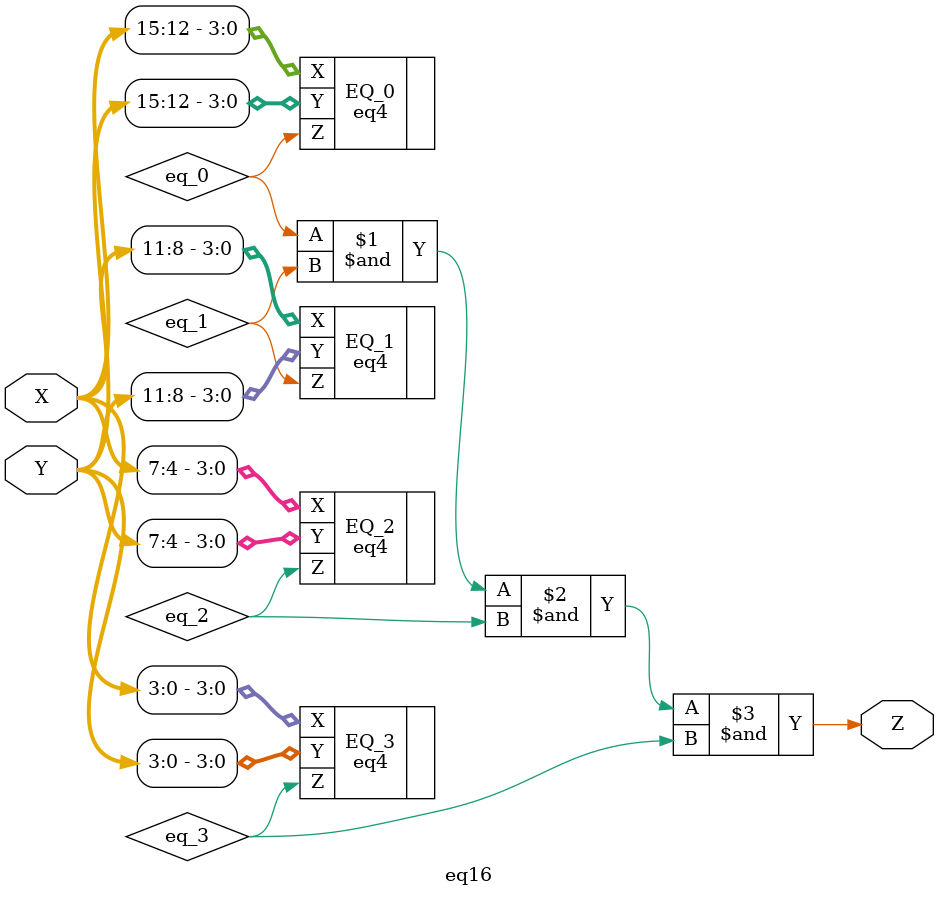
<source format=v>
`timescale 1ns / 1ps
`default_nettype none


module eq16(X, Y, Z);
    input wire [15:0] X, Y;
    output wire Z;

    wire eq_0, eq_1, eq_2, eq_3;

    eq4 EQ_0 (
        .X(X[15:12]),
        .Y(Y[15:12]),
        .Z(eq_0)
    );

    eq4 EQ_1 (
        .X(X[11:8]),
        .Y(Y[11:8]),
        .Z(eq_1)
    );

    eq4 EQ_2 (
        .X(X[7:4]),
        .Y(Y[7:4]),
        .Z(eq_2)
    );

    eq4 EQ_3 (
        .X(X[3:0]),
        .Y(Y[3:0]),
        .Z(eq_3)
    );

    assign Z = eq_0 & eq_1 & eq_2 & eq_3;
endmodule

</source>
